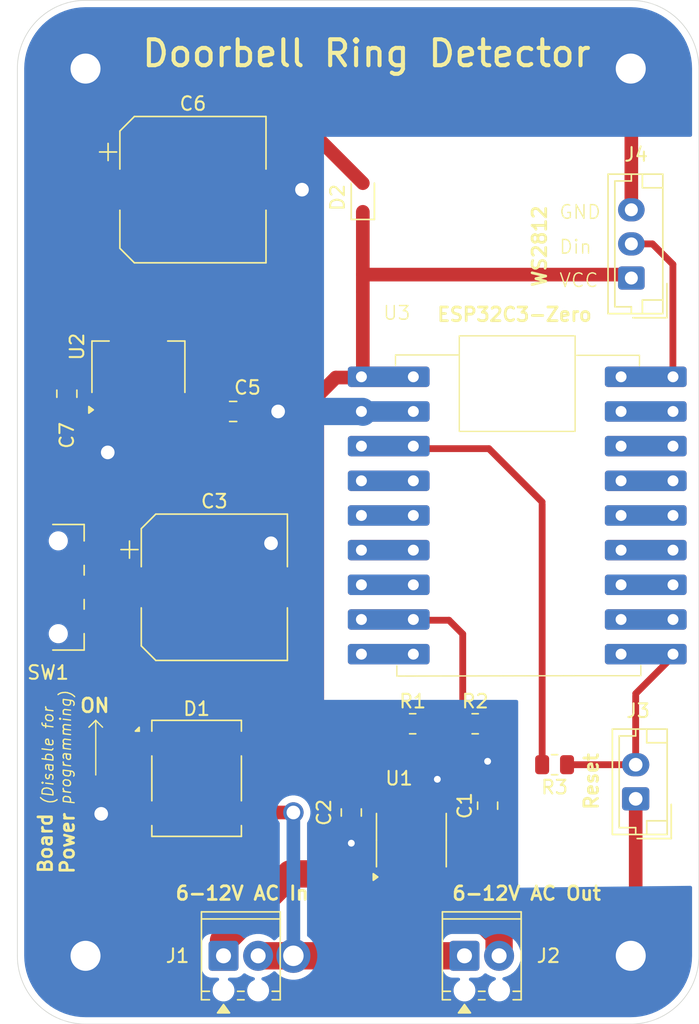
<source format=kicad_pcb>
(kicad_pcb (version 20241229) (generator "pcbnew") (generator_version "9.0")
  (title_block (title "ESP32 Doorbell Ring Detector - PCB") (date "2025-06-10") (rev "1"))
  (layers (0 "F.Cu" signal) (2 "B.Cu" signal) (13 "F.Paste" user) (15 "B.Paste" user) (5 "F.SilkS" user "F.Silkscreen") (7 "B.SilkS" user "B.Silkscreen") (1 "F.Mask" user) (3 "B.Mask" user) (25 "Edge.Cuts" user))
  (net 0 "")
  (net 1 "Net-(U1-FILTER)")
  (net 2 "GND")
  (net 3 "+5V")
  (net 4 "/VAC In A")
  (net 5 "/VAC In B")
  (net 6 "+5V Internal")
  (net 7 "/VAC Out A")
  (net 8 "/Reset")
  (net 9 "/V Sense")
  (net 10 "/ADC Input")
  (net 11 "+3.3V")
  (net 24 "Net-(SW1-A)")
  (net 26 "/WS2812")
  (net 27 "Net-(D1-+)")
  (footprint "Capacitor_SMD:C_0805_2012Metric" (layer "F.Cu") (at 138.75 119.5 -90)
    (property "Reference" "C2" (at 0 2 90) (layer "F.SilkS"))
    (property "Value" "0.1uF")
    (fp_line (start -0.261252 0.735) (end 0.261252 0.735) (stroke (width 0.12)) (layer "F.SilkS"))
    (fp_line (start -0.261252 -0.735) (end 0.261252 -0.735) (stroke (width 0.12)) (layer "F.SilkS"))
    (pad "1" smd roundrect (at -0.95 0 270) (size 1 1.45) (layers "F.Cu" "F.Mask" "F.Paste") (net 6 "+5V Internal"))
    (pad "2" smd roundrect (at 0.95 0 270) (size 1 1.45) (layers "F.Cu" "F.Mask" "F.Paste") (net 2 "GND"))
  )
  (footprint "MountingHole:MountingHole_2.2mm_M2_Pad" (layer "F.Cu") (at 119.25 65)
    (property "Reference" "H1" (hide yes))
    (property "Value" "MountingHole_Pad" (hide yes))
    (pad "1" thru_hole circle (at 0 0) (size 4.4 4.4) (drill 2.2) (layers "*.Cu" "*.Mask") (net 2 "GND"))
  )
  (footprint "Package_TO_SOT_SMD:SOT-223-3_TabPin2" (layer "F.Cu") (at 123.13 86.87 90)
    (property "Reference" "U2" (at 1.5 -4.5 90) (layer "F.SilkS"))
    (property "Value" "AMS1117-5.0")
    (fp_line (start 1.91 -3.41) (end 1.91 -2.15) (stroke (width 0.12)) (layer "F.SilkS"))
    (fp_line (start -1.85 -3.41) (end 1.91 -3.41) (stroke (width 0.12)) (layer "F.SilkS"))
    (fp_line (start 1.91 3.41) (end 1.91 2.15) (stroke (width 0.12)) (layer "F.SilkS"))
    (fp_line (start -1.85 3.41) (end 1.91 3.41) (stroke (width 0.12)) (layer "F.SilkS"))
    (fp_poly (pts (xy -3.13 -3.31) (xy -3.37 -3.64) (xy -2.89 -3.64) (xy -3.13 -3.31)) (stroke (width 0.12)) (fill yes) (layer "F.SilkS"))
    (pad "1" smd roundrect (at -3.15 -2.3 90) (size 2 1.5) (layers "F.Cu" "F.Mask" "F.Paste") (net 2 "GND"))
    (pad "2" smd roundrect (at -3.15 0 90) (size 2 1.5) (layers "F.Cu" "F.Mask" "F.Paste") (net 3 "+5V"))
    (pad "2" smd roundrect (at 3.15 0 90) (size 2 3.8) (layers "F.Cu" "F.Mask" "F.Paste") (net 3 "+5V"))
    (pad "3" smd roundrect (at -3.15 2.3 90) (size 2 1.5) (layers "F.Cu" "F.Mask" "F.Paste") (net 24 "Net-(SW1-A)"))
  )
  (footprint "MountingHole:MountingHole_2.2mm_M2_Pad" (layer "F.Cu") (at 159.25 130)
    (property "Reference" "H4" (hide yes))
    (property "Value" "MountingHole_Pad" (hide yes))
    (pad "1" thru_hole circle (at 0 0) (size 4.4 4.4) (drill 2.2) (layers "*.Cu" "*.Mask") (net 2 "GND"))
  )
  (footprint "MountingHole:MountingHole_2.2mm_M2_Pad" (layer "F.Cu") (at 119.25 130)
    (property "Reference" "H3" (hide yes))
    (property "Value" "MountingHole_Pad" (hide yes))
    (pad "1" thru_hole circle (at 0 0) (size 4.4 4.4) (drill 2.2) (layers "*.Cu" "*.Mask") (net 2 "GND"))
  )
  (footprint "Resistor_SMD:R_0805_2012Metric" (layer "F.Cu") (at 147.8375 113)
    (property "Reference" "R2" (at 0 -1.65 0) (layer "F.SilkS"))
    (property "Value" "470R")
    (fp_line (start -0.227064 -0.735) (end 0.227064 -0.735) (stroke (width 0.12)) (layer "F.SilkS"))
    (fp_line (start -0.227064 0.735) (end 0.227064 0.735) (stroke (width 0.12)) (layer "F.SilkS"))
    (pad "1" smd roundrect (at -0.9125 0) (size 1.025 1.4) (layers "F.Cu" "F.Mask" "F.Paste") (roundrect_rratio 0.243902) (net 10 "/ADC Input"))
    (pad "2" smd roundrect (at 0.9125 0) (size 1.025 1.4) (layers "F.Cu" "F.Mask" "F.Paste") (roundrect_rratio 0.243902) (net 2 "GND"))
  )
  (footprint "Diode_SMD:Diode_Bridge_OnSemi_SDIP-4L" (layer "F.Cu") (at 127.4 117)
    (property "Reference" "D1" (at 0 -5.1 0) (layer "F.SilkS"))
    (property "Value" "DF06S")
    (fp_line (start -3.285 -4.25) (end -3.285 -3.46) (stroke (width 0.12)) (layer "F.SilkS"))
    (fp_line (start -3.285 -1.64) (end -3.285 1.64) (stroke (width 0.12)) (layer "F.SilkS"))
    (fp_line (start -3.285 3.46) (end -3.285 4.25) (stroke (width 0.12)) (layer "F.SilkS"))
    (fp_line (start -3.285 4.25) (end 3.285 4.25) (stroke (width 0.12)) (layer "F.SilkS"))
    (fp_line (start -3.275 -4.25) (end 3.275 -4.25) (stroke (width 0.12)) (layer "F.SilkS"))
    (fp_line (start 3.285 -3.46) (end 3.285 -4.25) (stroke (width 0.12)) (layer "F.SilkS"))
    (fp_line (start 3.285 -1.64) (end 3.285 1.64) (stroke (width 0.12)) (layer "F.SilkS"))
    (fp_line (start 3.285 4.25) (end 3.285 3.46) (stroke (width 0.12)) (layer "F.SilkS"))
    (fp_poly (pts (xy -4.2125 -3.46) (xy -4.4925 -3.46) (xy -4.2125 -3.74) (xy -4.2125 -3.46)) (stroke (width 0.12)) (fill yes) (layer "F.SilkS"))
    (pad "1" smd rect (at -4.45 -2.55) (size 1.5 1.3) (layers "F.Cu" "F.Mask" "F.Paste") (net 27 "Net-(D1-+)"))
    (pad "2" smd rect (at -4.45 2.55) (size 1.5 1.3) (layers "F.Cu" "F.Mask" "F.Paste") (net 2 "GND"))
    (pad "3" smd rect (at 4.45 2.55) (size 1.5 1.3) (layers "F.Cu" "F.Mask" "F.Paste") (net 5 "/VAC In B"))
    (pad "4" smd rect (at 4.45 -2.55) (size 1.5 1.3) (layers "F.Cu" "F.Mask" "F.Paste") (net 4 "/VAC In A"))
  )
  (footprint "Capacitor_SMD:C_0805_2012Metric" (layer "F.Cu") (at 117.88 88.82 -90)
    (property "Reference" "C7" (at 3.05 0 90) (layer "F.SilkS"))
    (property "Value" "0.1uF")
    (fp_line (start -0.261252 0.735) (end 0.261252 0.735) (stroke (width 0.12)) (layer "F.SilkS"))
    (fp_line (start -0.261252 -0.735) (end 0.261252 -0.735) (stroke (width 0.12)) (layer "F.SilkS"))
    (pad "1" smd roundrect (at -0.95 0 270) (size 1 1.45) (layers "F.Cu" "F.Mask" "F.Paste") (net 3 "+5V"))
    (pad "2" smd roundrect (at 0.95 0 270) (size 1 1.45) (layers "F.Cu" "F.Mask" "F.Paste") (net 2 "GND"))
  )
  (footprint "Package_SO:SOIC-8_3.9x4.9mm_P1.27mm" (layer "F.Cu") (at 143.155 121.525 90)
    (property "Reference" "U1" (at 4.525 -0.905 180) (layer "F.SilkS"))
    (property "Value" "ACS712xLCTR-05B")
    (fp_line (start 0 -2.56) (end 1.95 -2.56) (stroke (width 0.12)) (layer "F.SilkS"))
    (fp_line (start 0 -2.56) (end -1.95 -2.56) (stroke (width 0.12)) (layer "F.SilkS"))
    (fp_line (start 0 2.56) (end 1.95 2.56) (stroke (width 0.12)) (layer "F.SilkS"))
    (fp_line (start 0 2.56) (end -1.95 2.56) (stroke (width 0.12)) (layer "F.SilkS"))
    (fp_poly (pts (xy -2.7 -2.465) (xy -2.94 -2.795) (xy -2.46 -2.795)) (stroke (width 0.12)) (fill yes) (layer "F.SilkS"))
    (pad "1" smd roundrect (at -2.475 -1.905 90) (size 1.95 0.6) (layers "F.Cu" "F.Mask" "F.Paste") (net 4 "/VAC In A"))
    (pad "2" smd roundrect (at -2.475 -0.635 90) (size 1.95 0.6) (layers "F.Cu" "F.Mask" "F.Paste") (net 4 "/VAC In A"))
    (pad "3" smd roundrect (at -2.475 0.635 90) (size 1.95 0.6) (layers "F.Cu" "F.Mask" "F.Paste") (net 7 "/VAC Out A"))
    (pad "4" smd roundrect (at -2.475 1.905 90) (size 1.95 0.6) (layers "F.Cu" "F.Mask" "F.Paste") (net 7 "/VAC Out A"))
    (pad "5" smd roundrect (at 2.475 1.905 90) (size 1.95 0.6) (layers "F.Cu" "F.Mask" "F.Paste") (net 2 "GND"))
    (pad "6" smd roundrect (at 2.475 0.635 90) (size 1.95 0.6) (layers "F.Cu" "F.Mask" "F.Paste") (net 1 "Net-(U1-FILTER)"))
    (pad "7" smd roundrect (at 2.475 -0.635 90) (size 1.95 0.6) (layers "F.Cu" "F.Mask" "F.Paste") (net 9 "/V Sense"))
    (pad "8" smd roundrect (at 2.475 -1.905 90) (size 1.95 0.6) (layers "F.Cu" "F.Mask" "F.Paste") (net 6 "+5V Internal"))
  )
  (footprint "Resistor_SMD:R_0805_2012Metric" (layer "F.Cu") (at 153.6625 116 180)
    (property "Reference" "R3" (at 0 -1.65 0) (layer "F.SilkS"))
    (property "Value" "470R")
    (fp_line (start -0.227064 0.735) (end 0.227064 0.735) (stroke (width 0.12)) (layer "F.SilkS"))
    (fp_line (start -0.227064 -0.735) (end 0.227064 -0.735) (stroke (width 0.12)) (layer "F.SilkS"))
    (pad "1" smd roundrect (at -0.9125 0 180) (size 1.025 1.4) (layers "F.Cu" "F.Mask" "F.Paste") (roundrect_rratio 0.243902) (net 8 "/Reset"))
    (pad "2" smd roundrect (at 0.9125 0 180) (size 1.025 1.4) (layers "F.Cu" "F.Mask" "F.Paste") (roundrect_rratio 0.243902) (net 11 "+3.3V"))
  )
  (footprint "Diode_SMD:D_SOD-323" (layer "F.Cu") (at 139.59375 74.44375 90)
    (property "Reference" "D2" (at 0 -1.85 90) (layer "F.SilkS"))
    (property "Value" "1N5817")
    (fp_line (start -1.61 -0.85) (end 1.05 -0.85) (stroke (width 0.12)) (layer "F.SilkS"))
    (fp_line (start -1.61 -0.85) (end -1.61 0.85) (stroke (width 0.12)) (layer "F.SilkS"))
    (fp_line (start -1.61 0.85) (end 1.05 0.85) (stroke (width 0.12)) (layer "F.SilkS"))
    (pad "1" smd roundrect (at -1.05 0 90) (size 0.6 0.45) (layers "F.Cu" "F.Mask" "F.Paste") (net 6 "+5V Internal"))
    (pad "2" smd roundrect (at 1.05 0 90) (size 0.6 0.45) (layers "F.Cu" "F.Mask" "F.Paste") (net 3 "+5V"))
  )
  (footprint "Button_Switch_SMD:SW_SPDT_CK_JS102011SAQN" (layer "F.Cu") (at 117.25 103 -90)
    (property "Reference" "SW1" (at 6.25 0.75 180) (layer "F.SilkS"))
    (property "Value" "SW_SPDT" (hide yes))
    (fp_line (start -4.6 0.4) (end -4.6 -1.9) (stroke (width 0.12)) (layer "F.SilkS"))
    (fp_line (start -4.6 -1.9) (end -3.4 -1.9) (stroke (width 0.12)) (layer "F.SilkS"))
    (fp_line (start -0.9 -1.9) (end -1.6 -1.9) (stroke (width 0.12)) (layer "F.SilkS"))
    (fp_line (start 1.6 -1.9) (end 0.9 -1.9) (stroke (width 0.12)) (layer "F.SilkS"))
    (fp_line (start 3.4 -1.9) (end 4.6 -1.9) (stroke (width 0.12)) (layer "F.SilkS"))
    (fp_line (start 4.6 -1.9) (end 4.6 0.4) (stroke (width 0.12)) (layer "F.SilkS"))
    (pad "" np_thru_hole circle (at -3.4 0 270) (size 0.9 0.9) (drill 0.9) (layers "*.Cu" "*.Mask"))
    (pad "" np_thru_hole circle (at 3.4 0 270) (size 0.9 0.9) (drill 0.9) (layers "*.Cu" "*.Mask"))
    (pad "1" smd roundrect (at -2.5 -2.75 270) (size 1.25 2.5) (layers "F.Cu" "F.Mask" "F.Paste") (roundrect_rratio 0.2) (net 24 "Net-(SW1-A)"))
    (pad "2" smd roundrect (at 0 -2.75 270) (size 1.25 2.5) (layers "F.Cu" "F.Mask" "F.Paste") (roundrect_rratio 0.2) (net 27 "Net-(D1-+)"))
    (pad "3" smd roundrect (at 2.5 -2.75 270) (size 1.25 2.5) (layers "F.Cu" "F.Mask" "F.Paste") (roundrect_rratio 0.2))
  )
  (footprint "Connector_JST:JST_EH_B3B-EH-A_1x03_P2.50mm_Vertical" (layer "F.Cu") (at 159.29375 80.34375 90)
    (property "Reference" "J4" (at 9.05 0.35 180) (layer "F.SilkS"))
    (property "Value" "Conn_01x03_Pin" (hide yes))
    (fp_line (start 7.61 -1.71) (end -2.61 -1.71) (stroke (width 0.12)) (layer "F.SilkS"))
    (fp_line (start -2.61 -1.71) (end -2.61 2.31) (stroke (width 0.12)) (layer "F.SilkS"))
    (fp_line (start 7.11 -1.21) (end 7.11 0) (stroke (width 0.12)) (layer "F.SilkS"))
    (fp_line (start -2.11 -1.21) (end 7.11 -1.21) (stroke (width 0.12)) (layer "F.SilkS"))
    (fp_line (start 7.11 0) (end 7.61 0) (stroke (width 0.12)) (layer "F.SilkS"))
    (fp_line (start -2.11 0) (end -2.11 -1.21) (stroke (width 0.12)) (layer "F.SilkS"))
    (fp_line (start -2.61 0) (end -2.11 0) (stroke (width 0.12)) (layer "F.SilkS"))
    (fp_line (start -2.91 0.11) (end -2.91 2.61) (stroke (width 0.12)) (layer "F.SilkS"))
    (fp_line (start 7.61 0.81) (end 6.61 0.81) (stroke (width 0.12)) (layer "F.SilkS"))
    (fp_line (start 6.61 0.81) (end 6.61 2.31) (stroke (width 0.12)) (layer "F.SilkS"))
    (fp_line (start -1.61 0.81) (end -1.61 2.31) (stroke (width 0.12)) (layer "F.SilkS"))
    (fp_line (start -2.61 0.81) (end -1.61 0.81) (stroke (width 0.12)) (layer "F.SilkS"))
    (fp_line (start 7.61 2.31) (end 7.61 -1.71) (stroke (width 0.12)) (layer "F.SilkS"))
    (fp_line (start -2.61 2.31) (end 7.61 2.31) (stroke (width 0.12)) (layer "F.SilkS"))
    (fp_line (start -2.91 2.61) (end -0.41 2.61) (stroke (width 0.12)) (layer "F.SilkS"))
    (pad "1" thru_hole roundrect (at 0 0 90) (size 1.7 1.95) (drill 0.95) (layers "*.Cu" "*.Mask") (roundrect_rratio 0.147059) (net 6 "+5V Internal"))
    (pad "2" thru_hole oval (at 2.5 0 90) (size 1.7 1.95) (drill 0.95) (layers "*.Cu" "*.Mask") (net 26 "/WS2812"))
    (pad "3" thru_hole oval (at 5 0 90) (size 1.7 1.95) (drill 0.95) (layers "*.Cu" "*.Mask") (net 2 "GND"))
  )
  (footprint "easyeda2kicad:esp32c3-zero" (layer "F.Cu") (at 139.49 87.58)
    (property "Reference" "U3" (at 2.6 -4.68 0) (layer "F.SilkS") (effects (font (thickness 0.1))))
    (property "Value" "~" (hide yes))
    (fp_line (start 2.5 -1.6) (end 2.5 -0.85) (stroke (width 0.1)) (layer "F.SilkS"))
    (fp_line (start 2.5 -1.6) (end 7.1 -1.6) (stroke (width 0.1)) (layer "F.SilkS"))
    (fp_line (start 2.6 21.925) (end 2.6 21.175) (stroke (width 0.1)) (layer "F.SilkS"))
    (fp_line (start 2.6 21.925) (end 15.9 21.9) (stroke (width 0.1)) (layer "F.SilkS"))
    (fp_line (start 20.4 -1.575) (end 15.8 -1.575) (stroke (width 0.1)) (layer "F.SilkS"))
    (fp_line (start 20.4 -1.575) (end 20.4 -0.825) (stroke (width 0.1)) (layer "F.SilkS"))
    (fp_line (start 20.5 21.9) (end 15.9 21.9) (stroke (width 0.1)) (layer "F.SilkS"))
    (fp_line (start 20.5 21.9) (end 20.5 21.15) (stroke (width 0.1)) (layer "F.SilkS"))
    (fp_rect (start 7.18 -3) (end 15.68 4) (stroke (width 0.1)) (fill no) (layer "F.SilkS"))
    (pad "1" thru_hole roundrect (at 0 0 180) (size 6 1.5) (drill 0.8 (offset -2 0)) (layers "*.Cu" "*.Mask") (roundrect_rratio 0.15) (net 6 "+5V Internal"))
    (pad "1" thru_hole circle (at 3.81 0) (size 1 1) (drill 0.8) (layers "*.Cu" "*.Mask") (net 6 "+5V Internal"))
    (pad "2" thru_hole roundrect (at 0 2.54 180) (size 6 1.5) (drill 0.8 (offset -2 0)) (layers "*.Cu" "*.Mask") (roundrect_rratio 0.15) (net 2 "GND"))
    (pad "2" thru_hole circle (at 3.81 2.54) (size 1 1) (drill 0.8) (layers "*.Cu" "*.Mask") (net 2 "GND"))
    (pad "3" thru_hole roundrect (at 0 5.08 180) (size 6 1.5) (drill 0.8 (offset -2 0)) (layers "*.Cu" "*.Mask") (roundrect_rratio 0.15) (net 11 "+3.3V"))
    (pad "3" thru_hole circle (at 3.81 5.08) (size 1 1) (drill 0.8) (layers "*.Cu" "*.Mask") (net 11 "+3.3V"))
    (pad "4" thru_hole roundrect (at 0 7.62 180) (size 6 1.5) (drill 0.8 (offset -2 0)) (layers "*.Cu" "*.Mask") (roundrect_rratio 0.15))
    (pad "4" thru_hole circle (at 3.81 7.62) (size 1 1) (drill 0.8) (layers "*.Cu" "*.Mask"))
    (pad "5" thru_hole roundrect (at 0 10.16 180) (size 6 1.5) (drill 0.8 (offset -2 0)) (layers "*.Cu" "*.Mask") (roundrect_rratio 0.15))
    (pad "5" thru_hole circle (at 3.81 10.16) (size 1 1) (drill 0.8) (layers "*.Cu" "*.Mask"))
    (pad "6" thru_hole roundrect (at 0 12.7 180) (size 6 1.5) (drill 0.8 (offset -2 0)) (layers "*.Cu" "*.Mask") (roundrect_rratio 0.15))
    (pad "6" thru_hole circle (at 3.81 12.7) (size 1 1) (drill 0.8) (layers "*.Cu" "*.Mask"))
    (pad "7" thru_hole roundrect (at 0 15.24 180) (size 6 1.5) (drill 0.8 (offset -2 0)) (layers "*.Cu" "*.Mask") (roundrect_rratio 0.15))
    (pad "7" thru_hole circle (at 3.81 15.24) (size 1 1) (drill 0.8) (layers "*.Cu" "*.Mask"))
    (pad "8" thru_hole roundrect (at 0 17.78 180) (size 6 1.5) (drill 0.8 (offset -2 0)) (layers "*.Cu" "*.Mask") (roundrect_rratio 0.15) (net 10 "/ADC Input"))
    (pad "8" thru_hole circle (at 3.81 17.78) (size 1 1) (drill 0.8) (layers "*.Cu" "*.Mask") (net 10 "/ADC Input"))
    (pad "9" thru_hole roundrect (at 0 20.32 180) (size 6 1.5) (drill 0.8 (offset -2 0)) (layers "*.Cu" "*.Mask") (roundrect_rratio 0.15))
    (pad "9" thru_hole circle (at 3.81 20.32) (size 1 1) (drill 0.8) (layers "*.Cu" "*.Mask"))
    (pad "10" thru_hole circle (at 19.05 20.32) (size 1 1) (drill 0.8) (layers "*.Cu" "*.Mask") (net 8 "/Reset"))
    (pad "10" thru_hole roundrect (at 22.86 20.32) (size 6 1.5) (drill 0.8 (offset -2 0)) (layers "*.Cu" "*.Mask") (roundrect_rratio 0.15) (net 8 "/Reset"))
    (pad "11" thru_hole circle (at 19.05 17.78) (size 1 1) (drill 0.8) (layers "*.Cu" "*.Mask"))
    (pad "11" thru_hole roundrect (at 22.86 17.78) (size 6 1.5) (drill 0.8 (offset -2 0)) (layers "*.Cu" "*.Mask") (roundrect_rratio 0.15))
    (pad "12" thru_hole circle (at 19.05 15.24) (size 1 1) (drill 0.8) (layers "*.Cu" "*.Mask"))
    (pad "12" thru_hole roundrect (at 22.86 15.24) (size 6 1.5) (drill 0.8 (offset -2 0)) (layers "*.Cu" "*.Mask") (roundrect_rratio 0.15))
    (pad "13" thru_hole circle (at 19.05 12.7) (size 1 1) (drill 0.8) (layers "*.Cu" "*.Mask"))
    (pad "13" thru_hole roundrect (at 22.86 12.7) (size 6 1.5) (drill 0.8 (offset -2 0)) (layers "*.Cu" "*.Mask") (roundrect_rratio 0.15))
    (pad "14" thru_hole circle (at 19.05 10.16) (size 1 1) (drill 0.8) (layers "*.Cu" "*.Mask"))
    (pad "14" thru_hole roundrect (at 22.86 10.16) (size 6 1.5) (drill 0.8 (offset -2 0)) (layers "*.Cu" "*.Mask") (roundrect_rratio 0.15))
    (pad "15" thru_hole circle (at 19.05 7.62) (size 1 1) (drill 0.8) (layers "*.Cu" "*.Mask"))
    (pad "15" thru_hole roundrect (at 22.86 7.62) (size 6 1.5) (drill 0.8 (offset -2 0)) (layers "*.Cu" "*.Mask") (roundrect_rratio 0.15))
    (pad "16" thru_hole circle (at 19.05 5.08) (size 1 1) (drill 0.8) (layers "*.Cu" "*.Mask"))
    (pad "16" thru_hole roundrect (at 22.86 5.08) (size 6 1.5) (drill 0.8 (offset -2 0)) (layers "*.Cu" "*.Mask") (roundrect_rratio 0.15))
    (pad "17" thru_hole circle (at 19.05 2.54) (size 1 1) (drill 0.8) (layers "*.Cu" "*.Mask"))
    (pad "17" thru_hole roundrect (at 22.86 2.54) (size 6 1.5) (drill 0.8 (offset -2 0)) (layers "*.Cu" "*.Mask") (roundrect_rratio 0.15))
    (pad "18" thru_hole circle (at 19.05 0) (size 1 1) (drill 0.8) (layers "*.Cu" "*.Mask") (net 26 "/WS2812"))
    (pad "18" thru_hole roundrect (at 22.86 0) (size 6 1.5) (drill 0.8 (offset -2 0)) (layers "*.Cu" "*.Mask") (roundrect_rratio 0.15) (net 26 "/WS2812"))
  )
  (footprint "TerminalBlock_Phoenix:TerminalBlock_Phoenix_MPT-0,5-2-2.54_1x02_P2.54mm_Horizontal" (layer "F.Cu") (at 147.051133 130)
    (property "Reference" "J2" (at 6.163333 0 0) (layer "F.SilkS"))
    (property "Value" "Conn_01x02_Socket" (hide yes))
    (fp_line (start -1.62 -3.22) (end -1.62 3.22) (stroke (width 0.12)) (layer "F.SilkS"))
    (fp_line (start -1.62 -3.22) (end 4.16 -3.22) (stroke (width 0.12)) (layer "F.SilkS"))
    (fp_line (start -1.62 -2.7) (end 4.16 -2.7) (stroke (width 0.12)) (layer "F.SilkS"))
    (fp_line (start -1.62 2.6) (end -1.03 2.6) (stroke (width 0.12)) (layer "F.SilkS"))
    (fp_line (start -1.62 3.22) (end -1.03 3.22) (stroke (width 0.12)) (layer "F.SilkS"))
    (fp_line (start 1.03 2.6) (end 1.51 2.6) (stroke (width 0.12)) (layer "F.SilkS"))
    (fp_line (start 1.03 3.22) (end 1.51 3.22) (stroke (width 0.12)) (layer "F.SilkS"))
    (fp_line (start 3.57 2.6) (end 4.16 2.6) (stroke (width 0.12)) (layer "F.SilkS"))
    (fp_line (start 3.57 3.22) (end 4.16 3.22) (stroke (width 0.12)) (layer "F.SilkS"))
    (fp_line (start 4.16 -3.22) (end 4.16 3.22) (stroke (width 0.12)) (layer "F.SilkS"))
    (fp_poly (pts (xy 0 3.57) (xy 0.44 4.18) (xy -0.44 4.18)) (stroke (width 0.12)) (fill yes) (layer "F.SilkS"))
    (pad "" np_thru_hole circle (at 0 2.54) (size 1.1 1.1) (drill 1.1) (layers "*.Cu" "*.Mask"))
    (pad "" np_thru_hole circle (at 2.54 2.54) (size 1.1 1.1) (drill 1.1) (layers "*.Cu" "*.Mask"))
    (pad "1" thru_hole roundrect (at 0 0) (size 2.2 2.2) (drill 1.1) (layers "*.Cu" "*.Mask") (roundrect_rratio 0.113636) (net 5 "/VAC In B"))
    (pad "2" thru_hole circle (at 2.54 0) (size 2.2 2.2) (drill 1.1) (layers "*.Cu" "*.Mask") (net 7 "/VAC Out A"))
  )
  (footprint "Connector_JST:JST_EH_B2B-EH-A_1x02_P2.50mm_Vertical" (layer "F.Cu") (at 159.6125 118.5 90)
    (property "Reference" "J3" (at 6.45 0.18125 180) (layer "F.SilkS"))
    (property "Value" "Conn_01x02_Pin" (hide yes))
    (fp_line (start 5.11 -1.71) (end -2.61 -1.71) (stroke (width 0.12)) (layer "F.SilkS"))
    (fp_line (start -2.61 -1.71) (end -2.61 2.31) (stroke (width 0.12)) (layer "F.SilkS"))
    (fp_line (start 4.61 -1.21) (end 4.61 0) (stroke (width 0.12)) (layer "F.SilkS"))
    (fp_line (start -2.11 -1.21) (end 4.61 -1.21) (stroke (width 0.12)) (layer "F.SilkS"))
    (fp_line (start 4.61 0) (end 5.11 0) (stroke (width 0.12)) (layer "F.SilkS"))
    (fp_line (start -2.11 0) (end -2.11 -1.21) (stroke (width 0.12)) (layer "F.SilkS"))
    (fp_line (start -2.61 0) (end -2.11 0) (stroke (width 0.12)) (layer "F.SilkS"))
    (fp_line (start -2.91 0.11) (end -2.91 2.61) (stroke (width 0.12)) (layer "F.SilkS"))
    (fp_line (start 5.11 0.81) (end 4.11 0.81) (stroke (width 0.12)) (layer "F.SilkS"))
    (fp_line (start 4.11 0.81) (end 4.11 2.31) (stroke (width 0.12)) (layer "F.SilkS"))
    (fp_line (start -1.61 0.81) (end -1.61 2.31) (stroke (width 0.12)) (layer "F.SilkS"))
    (fp_line (start -2.61 0.81) (end -1.61 0.81) (stroke (width 0.12)) (layer "F.SilkS"))
    (fp_line (start 5.11 2.31) (end 5.11 -1.71) (stroke (width 0.12)) (layer "F.SilkS"))
    (fp_line (start -2.61 2.31) (end 5.11 2.31) (stroke (width 0.12)) (layer "F.SilkS"))
    (fp_line (start -2.91 2.61) (end -0.41 2.61) (stroke (width 0.12)) (layer "F.SilkS"))
    (pad "1" thru_hole roundrect (at 0 0 90) (size 1.7 2) (drill 1) (layers "*.Cu" "*.Mask") (roundrect_rratio 0.147059) (net 2 "GND"))
    (pad "2" thru_hole oval (at 2.5 0 90) (size 1.7 2) (drill 1) (layers "*.Cu" "*.Mask") (net 8 "/Reset"))
  )
  (footprint "MountingHole:MountingHole_2.2mm_M2_Pad" (layer "F.Cu") (at 159.25 65)
    (property "Reference" "H2" (hide yes))
    (property "Value" "MountingHole_Pad" (hide yes))
    (pad "1" thru_hole circle (at 0 0) (size 4.4 4.4) (drill 2.2) (layers "*.Cu" "*.Mask") (net 2 "GND"))
  )
  (footprint "TerminalBlock_Phoenix:TerminalBlock_Phoenix_MPT-0,5-2-2.54_1x02_P2.54mm_Horizontal" (layer "F.Cu") (at 129.373333 130)
    (property "Reference" "J1" (at -3.373333 0 0) (layer "F.SilkS"))
    (property "Value" "Conn_01x02_Socket" (hide yes))
    (fp_line (start -1.62 -3.22) (end -1.62 3.22) (stroke (width 0.12)) (layer "F.SilkS"))
    (fp_line (start -1.62 -3.22) (end 4.16 -3.22) (stroke (width 0.12)) (layer "F.SilkS"))
    (fp_line (start -1.62 -2.7) (end 4.16 -2.7) (stroke (width 0.12)) (layer "F.SilkS"))
    (fp_line (start -1.62 2.6) (end -1.03 2.6) (stroke (width 0.12)) (layer "F.SilkS"))
    (fp_line (start -1.62 3.22) (end -1.03 3.22) (stroke (width 0.12)) (layer "F.SilkS"))
    (fp_line (start 1.03 2.6) (end 1.51 2.6) (stroke (width 0.12)) (layer "F.SilkS"))
    (fp_line (start 1.03 3.22) (end 1.51 3.22) (stroke (width 0.12)) (layer "F.SilkS"))
    (fp_line (start 3.57 2.6) (end 4.16 2.6) (stroke (width 0.12)) (layer "F.SilkS"))
    (fp_line (start 3.57 3.22) (end 4.16 3.22) (stroke (width 0.12)) (layer "F.SilkS"))
    (fp_line (start 4.16 -3.22) (end 4.16 3.22) (stroke (width 0.12)) (layer "F.SilkS"))
    (fp_poly (pts (xy 0 3.57) (xy 0.44 4.18) (xy -0.44 4.18)) (stroke (width 0.12)) (fill yes) (layer "F.SilkS"))
    (pad "" np_thru_hole circle (at 0 2.54) (size 1.1 1.1) (drill 1.1) (layers "*.Cu" "*.Mask"))
    (pad "" np_thru_hole circle (at 2.54 2.54) (size 1.1 1.1) (drill 1.1) (layers "*.Cu" "*.Mask"))
    (pad "1" thru_hole roundrect (at 0 0) (size 2.2 2.2) (drill 1.1) (layers "*.Cu" "*.Mask") (roundrect_rratio 0.113636) (net 4 "/VAC In A"))
    (pad "2" thru_hole circle (at 2.54 0) (size 2.2 2.2) (drill 1.1) (layers "*.Cu" "*.Mask") (net 5 "/VAC In B"))
  )
  (footprint "Resistor_SMD:R_0805_2012Metric" (layer "F.Cu") (at 143.25 113)
    (property "Reference" "R1" (at 0 -1.65 0) (layer "F.SilkS"))
    (property "Value" "470R")
    (fp_line (start -0.227064 -0.735) (end 0.227064 -0.735) (stroke (width 0.12)) (layer "F.SilkS"))
    (fp_line (start -0.227064 0.735) (end 0.227064 0.735) (stroke (width 0.12)) (layer "F.SilkS"))
    (pad "1" smd roundrect (at -0.9125 0) (size 1.025 1.4) (layers "F.Cu" "F.Mask" "F.Paste") (roundrect_rratio 0.243902) (net 9 "/V Sense"))
    (pad "2" smd roundrect (at 0.9125 0) (size 1.025 1.4) (layers "F.Cu" "F.Mask" "F.Paste") (roundrect_rratio 0.243902) (net 10 "/ADC Input"))
  )
  (footprint "Capacitor_SMD:CP_Elec_10x10.5" (layer "F.Cu") (at 127.13 73.87)
    (property "Reference" "C6" (at 0 -6.3 0) (layer "F.SilkS"))
    (property "Value" "22uF")
    (fp_line (start -6.85 -2.76) (end -5.6 -2.76) (stroke (width 0.12)) (layer "F.SilkS"))
    (fp_line (start -6.225 -3.385) (end -6.225 -2.135) (stroke (width 0.12)) (layer "F.SilkS"))
    (fp_line (start -5.36 -4.295563) (end -5.36 -1.51) (stroke (width 0.12)) (layer "F.SilkS"))
    (fp_line (start -5.36 -4.295563) (end -4.295563 -5.36) (stroke (width 0.12)) (layer "F.SilkS"))
    (fp_line (start -5.36 4.295563) (end -5.36 1.51) (stroke (width 0.12)) (layer "F.SilkS"))
    (fp_line (start -5.36 4.295563) (end -4.295563 5.36) (stroke (width 0.12)) (layer "F.SilkS"))
    (fp_line (start -4.295563 -5.36) (end 5.36 -5.36) (stroke (width 0.12)) (layer "F.SilkS"))
    (fp_line (start -4.295563 5.36) (end 5.36 5.36) (stroke (width 0.12)) (layer "F.SilkS"))
    (fp_line (start 5.36 -5.36) (end 5.36 -1.51) (stroke (width 0.12)) (layer "F.SilkS"))
    (fp_line (start 5.36 5.36) (end 5.36 1.51) (stroke (width 0.12)) (layer "F.SilkS"))
    (pad "1" smd roundrect (at -4.2 0) (size 4.4 2.5) (layers "F.Cu" "F.Mask" "F.Paste") (roundrect_rratio 0.1) (net 3 "+5V"))
    (pad "2" smd roundrect (at 4.2 0) (size 4.4 2.5) (layers "F.Cu" "F.Mask" "F.Paste") (roundrect_rratio 0.1) (net 2 "GND"))
  )
  (footprint "Capacitor_SMD:C_0805_2012Metric" (layer "F.Cu") (at 130.08 90.12)
    (property "Reference" "C5" (at 1.05 -1.75 0) (layer "F.SilkS"))
    (property "Value" "0.1uF")
    (fp_line (start -0.261252 -0.735) (end 0.261252 -0.735) (stroke (width 0.12)) (layer "F.SilkS"))
    (fp_line (start -0.261252 0.735) (end 0.261252 0.735) (stroke (width 0.12)) (layer "F.SilkS"))
    (pad "1" smd roundrect (at -0.95 0) (size 1 1.45) (layers "F.Cu" "F.Mask" "F.Paste") (net 24 "Net-(SW1-A)"))
    (pad "2" smd roundrect (at 0.95 0) (size 1 1.45) (layers "F.Cu" "F.Mask" "F.Paste") (net 2 "GND"))
  )
  (footprint "Capacitor_SMD:C_0805_2012Metric" (layer "F.Cu") (at 148.75 119 90)
    (property "Reference" "C1" (at 0 -1.68 90) (layer "F.SilkS"))
    (property "Value" "1nF")
    (fp_line (start -0.261252 -0.735) (end 0.261252 -0.735) (stroke (width 0.12)) (layer "F.SilkS"))
    (fp_line (start -0.261252 0.735) (end 0.261252 0.735) (stroke (width 0.12)) (layer "F.SilkS"))
    (pad "1" smd roundrect (at -0.95 0 90) (size 1 1.45) (layers "F.Cu" "F.Mask" "F.Paste") (net 1 "Net-(U1-FILTER)"))
    (pad "2" smd roundrect (at 0.95 0 90) (size 1 1.45) (layers "F.Cu" "F.Mask" "F.Paste") (net 2 "GND"))
  )
  (footprint "Capacitor_SMD:CP_Elec_10x10.5" (layer "F.Cu") (at 128.7 103)
    (property "Reference" "C3" (at 0 -6.3 0) (layer "F.SilkS"))
    (property "Value" "470uF")
    (fp_line (start -6.85 -2.76) (end -5.6 -2.76) (stroke (width 0.12)) (layer "F.SilkS"))
    (fp_line (start -6.225 -3.385) (end -6.225 -2.135) (stroke (width 0.12)) (layer "F.SilkS"))
    (fp_line (start -5.36 -4.295563) (end -5.36 -1.51) (stroke (width 0.12)) (layer "F.SilkS"))
    (fp_line (start -5.36 -4.295563) (end -4.295563 -5.36) (stroke (width 0.12)) (layer "F.SilkS"))
    (fp_line (start -5.36 4.295563) (end -5.36 1.51) (stroke (width 0.12)) (layer "F.SilkS"))
    (fp_line (start -5.36 4.295563) (end -4.295563 5.36) (stroke (width 0.12)) (layer "F.SilkS"))
    (fp_line (start -4.295563 -5.36) (end 5.36 -5.36) (stroke (width 0.12)) (layer "F.SilkS"))
    (fp_line (start -4.295563 5.36) (end 5.36 5.36) (stroke (width 0.12)) (layer "F.SilkS"))
    (fp_line (start 5.36 -5.36) (end 5.36 -1.51) (stroke (width 0.12)) (layer "F.SilkS"))
    (fp_line (start 5.36 5.36) (end 5.36 1.51) (stroke (width 0.12)) (layer "F.SilkS"))
    (pad "1" smd roundrect (at -4.2 0) (size 4.4 2.5) (layers "F.Cu" "F.Mask" "F.Paste") (roundrect_rratio 0.1) (net 27 "Net-(D1-+)"))
    (pad "2" smd roundrect (at 4.2 0) (size 4.4 2.5) (layers "F.Cu" "F.Mask" "F.Paste") (roundrect_rratio 0.1) (net 2 "GND"))
  )
  (gr_line (start 120 116.75) (end 120 112.75) (stroke (width 0.1)) (layer "F.SilkS"))
  (gr_line (start 120 112.75) (end 120.5 113.25) (stroke (width 0.1)) (layer "F.SilkS"))
  (gr_line (start 120 112.75) (end 119.5 113.25) (stroke (width 0.1)) (layer "F.SilkS"))
  (gr_line (start 119.5 113.25) (end 120 112.75) (stroke (width 0.1)) (layer "F.SilkS"))
  (gr_line (start 119.25 135) (end 159.25 135) (stroke (width 0.05)) (layer "Edge.Cuts"))
  (gr_arc (start 164.25 130) (mid 162.785534 133.535534) (end 159.25 135) (stroke (width 0.05)) (layer "Edge.Cuts"))
  (gr_arc (start 119.25 135) (mid 115.714466 133.535534) (end 114.25 130) (stroke (width 0.05)) (layer "Edge.Cuts"))
  (gr_arc (start 159.25 60) (mid 162.785534 61.464466) (end 164.25 65) (stroke (width 0.05)) (layer "Edge.Cuts"))
  (gr_line (start 159.25 60) (end 119.25 60) (stroke (width 0.05)) (layer "Edge.Cuts"))
  (gr_arc (start 114.25 65) (mid 115.714466 61.464466) (end 119.25 60) (stroke (width 0.05)) (layer "Edge.Cuts"))
  (gr_line (start 164.25 65) (end 164.25 130) (stroke (width 0.05)) (layer "Edge.Cuts"))
  (gr_line (start 114.25 65) (end 114.25 130) (stroke (width 0.05)) (layer "Edge.Cuts"))
  (gr_text "GND" (at 153.94375 76.09375 0) (layer "F.SilkS") (effects (font (size 1 1) (thickness 0.1)) (justify left bottom)))
  (gr_text "ESP32C3-Zero" (at 144.95 83.6 0) (layer "F.SilkS") (effects (font (size 1 1) (thickness 0.2) (bold yes)) (justify left bottom)))
  (gr_text "Din" (at 153.94375 78.64375 0) (layer "F.SilkS") (effects (font (size 1 1) (thickness 0.1)) (justify left bottom)))
  (gr_text "6-12V AC Out" (at 146.05 126.008867 0) (layer "F.SilkS") (effects (font (size 1 1) (thickness 0.2) (bold yes)) (justify left bottom)))
  (gr_text "(Disable for\nprogramming)" (at 118.25 119 90) (layer "F.SilkS") (effects (font (size 0.8 0.8) (thickness 0.1) (italic yes)) (justify left bottom)))
  (gr_text "ON" (at 118.75 112.25 0) (layer "F.SilkS") (effects (font (size 1 1) (thickness 0.2) (bold yes)) (justify left bottom)))
  (gr_text "WS2812" (at 153.14375 81.09375 90) (layer "F.SilkS") (effects (font (size 1 1) (thickness 0.2) (bold yes)) (justify left bottom)))
  (gr_text "VCC" (at 153.94375 81.09375 0) (layer "F.SilkS") (effects (font (size 1 1) (thickness 0.1)) (justify left bottom)))
  (gr_text "Board\nPower" (at 118.5 121.75 90) (layer "F.SilkS") (effects (font (size 1 1) (thickness 0.2) (bold yes)) (justify bottom)))
  (gr_text "Reset" (at 156.94375 119.4 90) (layer "F.SilkS") (effects (font (size 1 1) (thickness 0.2) (bold yes)) (justify left bottom)))
  (gr_text "6-12V AC In" (at 125.75 126 0) (layer "F.SilkS") (effects (font (size 1 1) (thickness 0.2) (bold yes)) (justify left bottom)))
  (gr_text "Doorbell Ring Detector" (at 123.25 65 0) (layer "F.SilkS") (effects (font (size 1.9 1.9) (thickness 0.3)) (justify left bottom)))
  (segment (start 143.75 119.09) (end 143.75 120.75) (width 0.5) (layer "F.Cu") (net 1))
  (segment (start 147.45 121.25) (end 148.75 119.95) (width 0.5) (layer "F.Cu") (net 1))
  (segment (start 144.25 121.25) (end 147.45 121.25) (width 0.5) (layer "F.Cu") (net 1))
  (segment (start 143.75 120.75) (end 144.25 121.25) (width 0.5) (layer "F.Cu") (net 1))
  (segment (start 143.79 119.05) (end 143.75 119.09) (width 0.5) (layer "F.Cu") (net 1))
  (segment (start 159.6125 129.6375) (end 159.25 130) (width 1) (layer "F.Cu") (net 2))
  (segment (start 159.6125 118.5) (end 159.6125 129.6375) (width 1) (layer "F.Cu") (net 2))
  (segment (start 131.33 73.87) (end 135.13 73.87) (width 1) (layer "F.Cu") (net 2))
  (segment (start 132.9 103) (end 132.9 99.817782) (width 1) (layer "F.Cu") (net 2))
  (segment (start 117.88 89.77) (end 120.58 89.77) (width 1) (layer "F.Cu") (net 2))
  (segment (start 148.75 115.75) (end 148.75 118.05) (width 0.5) (layer "F.Cu") (net 2))
  (segment (start 120.58 89.77) (end 120.83 90.02) (width 1) (layer "F.Cu") (net 2))
  (segment (start 159.29375 75.34375) (end 159.29375 65.04375) (width 1) (layer "F.Cu") (net 2))
  (segment (start 148.75 113) (end 148.75 115.75) (width 0.5) (layer "F.Cu") (net 2))
  (segment (start 159.733216 129.98125) (end 159.714466 130) (width 0.5) (layer "F.Cu") (net 2))
  (segment (start 145.06 119.05) (end 145.06 117.067286) (width 0.5) (layer "F.Cu") (net 2))
  (segment (start 132.9 99.817782) (end 132.859077 99.776859) (width 1) (layer "F.Cu") (net 2))
  (segment (start 145.06 117.067286) (end 145.060705 117.066581) (width 0.5) (layer "F.Cu") (net 2))
  (segment (start 159.29375 65.04375) (end 159.25 65) (width 1) (layer "F.Cu") (net 2))
  (segment (start 122.9 119.6) (end 120.4 119.6) (width 1) (layer "F.Cu") (net 2))
  (segment (start 131.03 90.12) (end 133.38 90.12) (width 1) (layer "F.Cu") (net 2))
  (segment (start 120.83 90.02) (end 120.83 93.07) (width 1) (layer "F.Cu") (net 2))
  (segment (start 138.75 120.45) (end 138.75 121.75) (width 0.5) (layer "F.Cu") (net 2))
  (segment (start 120.83 93.07) (end 120.88 93.12) (width 1) (layer "F.Cu") (net 2))
  (via (at 120.4 119.6) (size 1.5) (drill 1) (layers "F.Cu" "B.Cu") (net 2))
  (via (at 132.859077 99.776859) (size 1.5) (drill 1) (layers "F.Cu" "B.Cu") (net 2))
  (via (at 148.75 115.75) (size 1) (drill 0.5) (layers "F.Cu" "B.Cu") (net 2))
  (via (at 145.060705 117.066581) (size 1) (drill 0.5) (layers "F.Cu" "B.Cu") (net 2))
  (via (at 135.13 73.87) (size 1.5) (drill 1) (layers "F.Cu" "B.Cu") (net 2))
  (via (at 133.38 90.12) (size 1.5) (drill 1) (layers "F.Cu" "B.Cu") (net 2))
  (via (at 120.88 93.12) (size 1.5) (drill 1) (layers "F.Cu" "B.Cu") (net 2))
  (via (at 138.75 121.75) (size 1) (drill 0.5) (layers "F.Cu" "B.Cu") (net 2))
  (segment (start 133.38 90.12) (end 139.54 90.12) (width 2) (layer "B.Cu") (net 2))
  (segment (start 139.54 90.12) (end 139.59375 90.17375) (width 2) (layer "B.Cu") (net 2))
  (segment (start 139.58124 90.18626) (end 139.59375 90.17375) (width 0.2) (layer "B.Cu") (net 2))
  (segment (start 127.96 68.84) (end 135.04 68.84) (width 1) (layer "F.Cu") (net 3))
  (segment (start 122.93 73.87) (end 127.96 68.84) (width 1) (layer "F.Cu") (net 3))
  (segment (start 117.88 87.87) (end 123.13 87.87) (width 1) (layer "F.Cu") (net 3))
  (segment (start 123.13 87.87) (end 123.13 90.02) (width 1) (layer "F.Cu") (net 3))
  (segment (start 135.04 68.84) (end 139.59375 73.39375) (width 1) (layer "F.Cu") (net 3))
  (segment (start 129.373333 116.916667) (end 129.373333 130) (width 1) (layer "F.Cu") (net 4))
  (segment (start 134.273334 124) (end 129.373333 128.900001) (width 2) (layer "F.Cu") (net 4))
  (segment (start 141.25 124) (end 134.273334 124) (width 2) (layer "F.Cu") (net 4))
  (segment (start 129.373333 128.900001) (end 129.373333 130) (width 2) (layer "F.Cu") (net 4))
  (segment (start 131.87 114.42) (end 129.373333 116.916667) (width 1) (layer "F.Cu") (net 4))
  (segment (start 131.87 119.5) (end 134.5 119.5) (width 1) (layer "F.Cu") (net 5))
  (segment (start 134.5 130) (end 147.051133 130) (width 2) (layer "F.Cu") (net 5))
  (segment (start 131.913333 130) (end 134.5 130) (width 2) (layer "F.Cu") (net 5))
  (via (at 134.5 130) (size 2.5) (drill 1.5) (layers "F.Cu" "B.Cu") (net 5))
  (via (at 134.5 119.5) (size 1.5) (drill 1) (layers "F.Cu" "B.Cu") (net 5))
  (segment (start 134.5 119.5) (end 134.5 130) (width 1) (layer "B.Cu") (net 5))
  (segment (start 141.25 118) (end 141.25 119.05) (width 0.5) (layer "F.Cu") (net 6))
  (segment (start 139.59375 75.49375) (end 139.59375 80.09375) (width 1) (layer "F.Cu") (net 6))
  (segment (start 139.59375 80.09375) (end 159.04375 80.09375) (width 1) (layer "F.Cu") (net 6))
  (segment (start 139.59375 80.09375) (end 139.59375 81.34375) (width 1) (layer "F.Cu") (net 6))
  (segment (start 159.04375 80.09375) (end 159.29375 80.34375) (width 1) (layer "F.Cu") (net 6))
  (segment (start 139.59375 87.29375) (end 139.93375 87.63375) (width 1) (layer "F.Cu") (net 6))
  (segment (start 139.59375 81.34375) (end 139.59375 87.29375) (width 1) (layer "F.Cu") (net 6))
  (segment (start 138.75 118.55) (end 141 118.55) (width 0.5) (layer "F.Cu") (net 6))
  (segment (start 139.59375 87.63375) (end 137.61625 87.63375) (width 1) (layer "F.Cu") (net 6))
  (segment (start 136.25 116.05) (end 138.75 118.55) (width 1) (layer "F.Cu") (net 6))
  (segment (start 137.61625 87.63375) (end 136.25 89) (width 1) (layer "F.Cu") (net 6))
  (segment (start 136.25 89) (end 136.25 116.05) (width 1) (layer "F.Cu") (net 6))
  (segment (start 149.591133 128.444366) (end 149.591133 130) (width 2) (layer "F.Cu") (net 7))
  (segment (start 145.146767 124) (end 149.591133 128.444366) (width 2) (layer "F.Cu") (net 7))
  (segment (start 159.6125 110.795) (end 162.45375 107.95375) (width 0.5) (layer "F.Cu") (net 8))
  (segment (start 159.6125 116) (end 154.575 116) (width 0.5) (layer "F.Cu") (net 8))
  (segment (start 159.6125 116) (end 159.6125 110.95125) (width 0.5) (layer "F.Cu") (net 8))
  (segment (start 142.52 113.1825) (end 142.3375 113) (width 0.5) (layer "F.Cu") (net 9))
  (segment (start 142.52 119.05) (end 142.52 113.1825) (width 0.5) (layer "F.Cu") (net 9))
  (segment (start 144.1625 113) (end 147.3375 113) (width 0.5) (layer "F.Cu") (net 10))
  (segment (start 146.925 113) (end 146.925 106.425) (width 0.5) (layer "F.Cu") (net 10))
  (segment (start 139.59375 105.41375) (end 139.7575 105.25) (width 0.5) (layer "F.Cu") (net 10))
  (segment (start 145.91375 105.41375) (end 139.59375 105.41375) (width 0.5) (layer "F.Cu") (net 10))
  (segment (start 146.925 106.425) (end 145.91375 105.41375) (width 0.5) (layer "F.Cu") (net 10))
  (segment (start 152.75 96.75) (end 148.84375 92.84375) (width 0.5) (layer "F.Cu") (net 11))
  (segment (start 139.72375 92.84375) (end 139.59375 92.71375) (width 0.5) (layer "F.Cu") (net 11))
  (segment (start 148.84375 92.84375) (end 139.72375 92.84375) (width 0.5) (layer "F.Cu") (net 11))
  (segment (start 152.75 116) (end 152.75 96.90625) (width 0.5) (layer "F.Cu") (net 11))
  (segment (start 125.43 90.02) (end 129.03 90.02) (width 1) (layer "F.Cu") (net 24))
  (segment (start 125.43 95.07) (end 125.43 90.02) (width 1) (layer "F.Cu") (net 24))
  (segment (start 129.03 90.02) (end 129.13 90.12) (width 1) (layer "F.Cu") (net 24))
  (segment (start 120 100.5) (end 125.43 95.07) (width 1) (layer "F.Cu") (net 24))
  (segment (start 160.84375 77.84375) (end 162.34375 79.34375) (width 0.5) (layer "F.Cu") (net 26))
  (segment (start 159.29375 77.84375) (end 160.84375 77.84375) (width 0.5) (layer "F.Cu") (net 26))
  (segment (start 162.34375 87.52375) (end 162.45375 87.63375) (width 0.5) (layer "F.Cu") (net 26))
  (segment (start 162.34375 79.34375) (end 162.34375 87.52375) (width 0.5) (layer "F.Cu") (net 26))
  (segment (start 122.95 114.45) (end 122.95 103) (width 1) (layer "F.Cu") (net 27))
  (segment (start 120 103) (end 122.95 103) (width 1) (layer "F.Cu") (net 27))
  (zone (net 7) (net_name "/VAC Out A") (layer "F.Cu") (priority 1) (connect_pads yes (clearance 0.5)) (min_thickness 0.25) (fill yes (thermal_gap 0.5) (thermal_bridge_width 0.5))
    (polygon (pts (xy 143.25 123) (xy 145.5 123) (xy 145.5 125) (xy 143.25 125)))
  )
  (zone (net 3) (net_name "+5V") (layer "F.Cu") (priority 2) (connect_pads yes (clearance 0.5)) (min_thickness 0.25) (fill yes (thermal_gap 0.5) (thermal_bridge_width 0.5))
    (polygon (pts (xy 122.13 91.37) (xy 124.13 91.37) (xy 124.13 88.37) (xy 126.63 88.37) (xy 126.63 72.37) (xy 119.63 72.62) (xy 119.63 88.37) (xy 122.13 88.37)))
  )
  (zone (net 4) (net_name "/VAC In A") (layer "F.Cu") (connect_pads yes (clearance 0.5)) (min_thickness 0.25) (fill yes (thermal_gap 0.5) (thermal_bridge_width 0.5))
    (polygon (pts (xy 140.25 123) (xy 143 123) (xy 143 125) (xy 140.25 125)))
  )
  (zone (net 2) (net_name "GND") (layer "B.Cu") (priority 3) (connect_pads yes (clearance 0.5)) (min_thickness 0.25) (fill yes (thermal_gap 0.5) (thermal_bridge_width 0.5))
    (polygon (pts (xy 164.244167 60) (xy 164.244167 70) (xy 136.744167 70) (xy 136.744167 111.25) (xy 150.994167 111.25) (xy 150.994167 125.011111) (xy 164.244167 124.863889) (xy 164.244167 135) (xy 114.494167 135) (xy 114.244167 60) (xy 114.994167 60)))
  )
)
</source>
